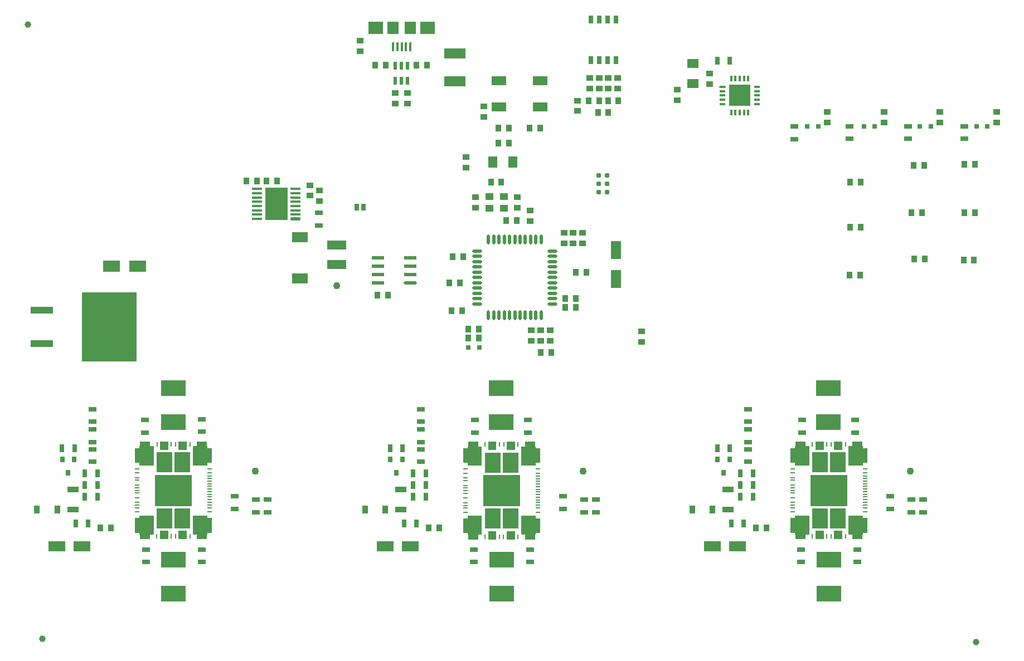
<source format=gtp>
G04 Layer_Color=8421504*
%FSLAX44Y44*%
%MOMM*%
G71*
G01*
G75*
%ADD16R,1.0000X0.9500*%
%ADD17R,0.4000X1.4000*%
%ADD18R,1.8000X1.9000*%
%ADD19R,2.3000X1.9000*%
%ADD20R,3.2000X1.5000*%
%ADD21R,0.6000X1.2000*%
%ADD22R,1.3000X0.7000*%
%ADD23R,0.9500X1.0000*%
%ADD24C,1.0000*%
%ADD25C,1.1000*%
%ADD26R,0.7800X0.2000*%
%ADD27R,0.2000X0.7800*%
%ADD28R,5.6000X4.8000*%
%ADD29R,2.4000X3.1000*%
%ADD30R,1.3000X1.0000*%
%ADD31R,3.2500X3.2500*%
G04:AMPARAMS|DCode=32|XSize=0.35mm|YSize=0.95mm|CornerRadius=0.0875mm|HoleSize=0mm|Usage=FLASHONLY|Rotation=90.000|XOffset=0mm|YOffset=0mm|HoleType=Round|Shape=RoundedRectangle|*
%AMROUNDEDRECTD32*
21,1,0.3500,0.7750,0,0,90.0*
21,1,0.1750,0.9500,0,0,90.0*
1,1,0.1750,0.3875,0.0875*
1,1,0.1750,0.3875,-0.0875*
1,1,0.1750,-0.3875,-0.0875*
1,1,0.1750,-0.3875,0.0875*
%
%ADD32ROUNDEDRECTD32*%
%ADD33R,0.9500X0.3500*%
%ADD34R,0.3500X0.9500*%
%ADD35R,3.4000X5.0000*%
%ADD36R,1.5000X0.4500*%
G04:AMPARAMS|DCode=37|XSize=0.45mm|YSize=1.5mm|CornerRadius=0.1125mm|HoleSize=0mm|Usage=FLASHONLY|Rotation=270.000|XOffset=0mm|YOffset=0mm|HoleType=Round|Shape=RoundedRectangle|*
%AMROUNDEDRECTD37*
21,1,0.4500,1.2750,0,0,270.0*
21,1,0.2250,1.5000,0,0,270.0*
1,1,0.2250,-0.6375,-0.1125*
1,1,0.2250,-0.6375,0.1125*
1,1,0.2250,0.6375,0.1125*
1,1,0.2250,0.6375,-0.1125*
%
%ADD37ROUNDEDRECTD37*%
%ADD38R,0.8000X1.0000*%
%ADD39R,1.6000X2.8000*%
%ADD40O,1.5000X0.5500*%
%ADD41O,0.5500X1.5000*%
%ADD42R,1.9800X0.5300*%
%ADD43O,1.9800X0.5300*%
%ADD44R,0.7600X1.2500*%
%ADD45R,1.4000X1.7000*%
%ADD46R,2.3000X1.4000*%
%ADD47R,2.5000X1.7000*%
%ADD48R,2.4000X1.5000*%
%ADD49R,2.9500X1.4000*%
%ADD50R,0.8000X0.8000*%
%ADD51R,0.7000X1.3000*%
%ADD52R,1.7000X1.4000*%
%ADD53R,3.7000X2.4500*%
%ADD54R,0.8000X0.9000*%
%ADD55R,0.8500X1.2000*%
%ADD56R,1.7020X0.9140*%
%ADD57R,2.5000X1.6000*%
%ADD58C,0.7870*%
%ADD59R,3.5040X1.0160*%
%ADD60R,8.3800X10.4900*%
G36*
X1294160Y239500D02*
X1300860Y239500D01*
Y217200D01*
X1294260D01*
Y214500D01*
X1293060D01*
Y207200D01*
X1277760D01*
Y214500D01*
X1272260D01*
Y243400D01*
X1294160D01*
Y239500D01*
D02*
G37*
G36*
X298700Y239500D02*
X305400Y239500D01*
Y217200D01*
X298800D01*
Y214500D01*
X297600D01*
Y207200D01*
X282300D01*
Y214500D01*
X276800D01*
Y243400D01*
X298700D01*
Y239500D01*
D02*
G37*
G36*
X1262860Y207100D02*
X1250260D01*
Y220100D01*
X1262860D01*
Y207100D01*
D02*
G37*
G36*
X1212460Y214500D02*
X1206960D01*
Y207200D01*
X1191660D01*
Y214500D01*
X1190460D01*
Y217200D01*
X1183860Y217200D01*
Y239500D01*
X1190560Y239500D01*
Y243400D01*
X1212460D01*
Y214500D01*
D02*
G37*
G36*
X217000Y214500D02*
X211500D01*
Y207200D01*
X196200D01*
Y214500D01*
X195000D01*
Y217200D01*
X188400Y217200D01*
Y239500D01*
X195100Y239500D01*
Y243400D01*
X217000D01*
Y214500D01*
D02*
G37*
G36*
X715390Y214120D02*
X709890D01*
Y206820D01*
X694590D01*
Y214120D01*
X693390D01*
Y216820D01*
X686790Y216820D01*
Y239120D01*
X693490Y239120D01*
Y243020D01*
X715390D01*
Y214120D01*
D02*
G37*
G36*
X797090Y239120D02*
X803790Y239120D01*
Y216820D01*
X797190D01*
Y214120D01*
X795990D01*
Y206820D01*
X780690D01*
Y214120D01*
X775190D01*
Y243020D01*
X797090D01*
Y239120D01*
D02*
G37*
G36*
X765790Y206720D02*
X753190D01*
Y219720D01*
X765790D01*
Y206720D01*
D02*
G37*
G36*
X737390D02*
X724790D01*
Y219720D01*
X737390D01*
Y206720D01*
D02*
G37*
G36*
X1234460Y207100D02*
X1221860D01*
Y220100D01*
X1234460D01*
Y207100D01*
D02*
G37*
G36*
X267400Y207100D02*
X254800D01*
Y220100D01*
X267400D01*
Y207100D01*
D02*
G37*
G36*
X239000D02*
X226400D01*
Y220100D01*
X239000D01*
Y207100D01*
D02*
G37*
G36*
X239000Y342900D02*
X226400D01*
Y355900D01*
X239000D01*
Y342900D01*
D02*
G37*
G36*
X765790Y342520D02*
X753190D01*
Y355520D01*
X765790D01*
Y342520D01*
D02*
G37*
G36*
X737390Y342520D02*
X724790D01*
Y355520D01*
X737390D01*
Y342520D01*
D02*
G37*
G36*
X1262860Y342900D02*
X1250260D01*
Y355900D01*
X1262860D01*
Y342900D01*
D02*
G37*
G36*
X1234460Y342900D02*
X1221860D01*
Y355900D01*
X1234460D01*
Y342900D01*
D02*
G37*
G36*
X267400Y342900D02*
X254800D01*
Y355900D01*
X267400D01*
Y342900D01*
D02*
G37*
G36*
X211500Y348500D02*
X217000D01*
Y319600D01*
X195100D01*
Y323500D01*
X188400Y323500D01*
Y345800D01*
X195000D01*
Y348500D01*
X196200D01*
Y355800D01*
X211500D01*
Y348500D01*
D02*
G37*
G36*
X795990Y348120D02*
X797190D01*
Y345420D01*
X803790D01*
Y323120D01*
X797090D01*
Y319220D01*
X775190D01*
Y348120D01*
X780690D01*
Y355420D01*
X795990D01*
Y348120D01*
D02*
G37*
G36*
X709890D02*
X715390D01*
Y319220D01*
X693490D01*
Y323120D01*
X686790Y323120D01*
Y345420D01*
X693390D01*
Y348120D01*
X694590D01*
Y355420D01*
X709890D01*
Y348120D01*
D02*
G37*
G36*
X1293060Y348500D02*
X1294260D01*
Y345800D01*
X1300860D01*
Y323500D01*
X1294160D01*
Y319600D01*
X1272260D01*
Y348500D01*
X1277760D01*
Y355800D01*
X1293060D01*
Y348500D01*
D02*
G37*
G36*
X1206960D02*
X1212460D01*
Y319600D01*
X1190560D01*
Y323500D01*
X1183860Y323500D01*
Y345800D01*
X1190460D01*
Y348500D01*
X1191660D01*
Y355800D01*
X1206960D01*
Y348500D01*
D02*
G37*
G36*
X297600Y348500D02*
X298800D01*
Y345800D01*
X305400D01*
Y323500D01*
X298700D01*
Y319600D01*
X276800D01*
Y348500D01*
X282300D01*
Y355800D01*
X297600D01*
Y348500D01*
D02*
G37*
D16*
X718000Y865000D02*
D03*
Y849000D02*
D03*
X454000Y729500D02*
D03*
Y745500D02*
D03*
X789000Y707000D02*
D03*
Y691000D02*
D03*
X819000Y509000D02*
D03*
Y525000D02*
D03*
X790000Y525000D02*
D03*
Y509000D02*
D03*
X805000Y525000D02*
D03*
Y509000D02*
D03*
X769000Y727000D02*
D03*
Y711000D02*
D03*
X706000Y727000D02*
D03*
Y711000D02*
D03*
X840000Y657000D02*
D03*
Y673000D02*
D03*
X854000Y657000D02*
D03*
Y673000D02*
D03*
X868000Y657000D02*
D03*
Y673000D02*
D03*
X958000Y523000D02*
D03*
Y507000D02*
D03*
X860190Y858220D02*
D03*
Y874220D02*
D03*
X893210Y908510D02*
D03*
Y892510D02*
D03*
X907180Y908510D02*
D03*
Y892510D02*
D03*
X879240Y908510D02*
D03*
Y892510D02*
D03*
X921150Y908510D02*
D03*
X921150Y892510D02*
D03*
X530000Y965000D02*
D03*
Y949000D02*
D03*
X602500Y869500D02*
D03*
Y885500D02*
D03*
X583500Y869500D02*
D03*
Y885500D02*
D03*
X468500Y721500D02*
D03*
Y737500D02*
D03*
X1497000Y857000D02*
D03*
Y841000D02*
D03*
X1411000Y857000D02*
D03*
Y841000D02*
D03*
X1326000Y857000D02*
D03*
Y841000D02*
D03*
X1240000Y857000D02*
D03*
Y841000D02*
D03*
X1061000Y915000D02*
D03*
Y899000D02*
D03*
X691500Y788000D02*
D03*
Y772000D02*
D03*
X1012500Y891000D02*
D03*
Y875000D02*
D03*
D17*
X593500Y956250D02*
D03*
X587000Y956250D02*
D03*
X600000Y956250D02*
D03*
X606500D02*
D03*
X580500D02*
D03*
D18*
X606500Y984750D02*
D03*
X580500D02*
D03*
D19*
X632500D02*
D03*
X554500D02*
D03*
D20*
X674500Y903500D02*
D03*
X674500Y945500D02*
D03*
D21*
X583500Y904500D02*
D03*
X593000D02*
D03*
X602500D02*
D03*
Y927500D02*
D03*
X593000D02*
D03*
X583500D02*
D03*
D22*
X1448500Y816000D02*
D03*
Y835000D02*
D03*
X1362500Y816000D02*
D03*
Y835000D02*
D03*
X1274000Y816000D02*
D03*
Y835000D02*
D03*
X1190000Y815500D02*
D03*
Y834500D02*
D03*
X468000Y684500D02*
D03*
Y703500D02*
D03*
X124000Y325000D02*
D03*
Y344000D02*
D03*
X204000Y388500D02*
D03*
Y369500D02*
D03*
X205000Y172500D02*
D03*
X205000Y191500D02*
D03*
X290000Y389500D02*
D03*
X290000Y370500D02*
D03*
X290000Y172500D02*
D03*
Y191500D02*
D03*
X124000Y374000D02*
D03*
Y355000D02*
D03*
Y405000D02*
D03*
Y386000D02*
D03*
X372000Y267500D02*
D03*
Y248500D02*
D03*
X390000Y267500D02*
D03*
Y248500D02*
D03*
X340000Y253500D02*
D03*
Y272500D02*
D03*
X622460Y325000D02*
D03*
Y344000D02*
D03*
X704460Y388500D02*
D03*
Y369500D02*
D03*
X703460Y172500D02*
D03*
Y191500D02*
D03*
X785460Y388500D02*
D03*
Y369500D02*
D03*
X788460Y172500D02*
D03*
Y191500D02*
D03*
X622460Y374000D02*
D03*
Y355000D02*
D03*
Y405000D02*
D03*
Y386000D02*
D03*
X870460Y267500D02*
D03*
X870460Y248500D02*
D03*
X888460Y267500D02*
D03*
X888460Y248500D02*
D03*
X838460Y253500D02*
D03*
Y272500D02*
D03*
X1119460Y325000D02*
D03*
Y344000D02*
D03*
X1201460Y388500D02*
D03*
X1201460Y369500D02*
D03*
X1200460Y172500D02*
D03*
X1200460Y191500D02*
D03*
X1282460Y388500D02*
D03*
Y369500D02*
D03*
X1285460Y172500D02*
D03*
X1285460Y191500D02*
D03*
X1119460Y374000D02*
D03*
Y355000D02*
D03*
X1119460Y405000D02*
D03*
X1119460Y386000D02*
D03*
X1367460Y267500D02*
D03*
Y248500D02*
D03*
X1385460Y267500D02*
D03*
X1385460Y248500D02*
D03*
X1335460Y253500D02*
D03*
Y272500D02*
D03*
D23*
X842000Y560000D02*
D03*
X858000D02*
D03*
X1291000Y750000D02*
D03*
X1275000D02*
D03*
X1463000Y632000D02*
D03*
X1447000D02*
D03*
X1388000Y633000D02*
D03*
X1372000D02*
D03*
X1387000Y776000D02*
D03*
X1371000Y776000D02*
D03*
X1464000Y704000D02*
D03*
X1448000D02*
D03*
X1384000D02*
D03*
X1368000D02*
D03*
X1291000Y682000D02*
D03*
X1275000D02*
D03*
X1464000Y777000D02*
D03*
X1448000D02*
D03*
X1274000Y609000D02*
D03*
X1290000D02*
D03*
X695000Y527000D02*
D03*
X711000D02*
D03*
X874000Y613000D02*
D03*
X858000D02*
D03*
X711000Y513000D02*
D03*
X695000D02*
D03*
X768340Y691540D02*
D03*
X752340D02*
D03*
X685599Y555000D02*
D03*
X669599D02*
D03*
X682000Y597000D02*
D03*
X666000D02*
D03*
X729000Y750000D02*
D03*
X745000D02*
D03*
X877590Y873840D02*
D03*
X893590D02*
D03*
X891560Y856060D02*
D03*
X907560D02*
D03*
X906800Y873840D02*
D03*
X922800D02*
D03*
X858000Y573000D02*
D03*
X842000D02*
D03*
X756650Y809510D02*
D03*
X740650Y809510D02*
D03*
X803640Y832370D02*
D03*
X787640D02*
D03*
X740650Y832370D02*
D03*
X756650D02*
D03*
X569000Y928000D02*
D03*
X553000D02*
D03*
X616000D02*
D03*
X632000D02*
D03*
X373500Y752000D02*
D03*
X357500D02*
D03*
X404000D02*
D03*
X388000D02*
D03*
X136000Y224500D02*
D03*
X152000D02*
D03*
X634460Y224500D02*
D03*
X650460D02*
D03*
X1131460Y224500D02*
D03*
X1147460D02*
D03*
X687000Y637000D02*
D03*
X671000D02*
D03*
X573000Y578000D02*
D03*
X557000D02*
D03*
X805000Y491000D02*
D03*
X821000D02*
D03*
D24*
X25500Y990000D02*
D03*
X48000Y56000D02*
D03*
X1466000Y51000D02*
D03*
X1283360Y228500D02*
D03*
X1282360Y336500D02*
D03*
X1201360Y334500D02*
D03*
X1202360Y228500D02*
D03*
X705290Y228120D02*
D03*
X704290Y334120D02*
D03*
X785290Y336120D02*
D03*
X786290Y228120D02*
D03*
X287900Y228500D02*
D03*
X286900Y336500D02*
D03*
X205900Y334500D02*
D03*
X206900Y228500D02*
D03*
D25*
X495000Y592500D02*
D03*
X1366460Y311000D02*
D03*
X869460D02*
D03*
X371000Y311000D02*
D03*
D26*
X1187360Y289500D02*
D03*
Y314200D02*
D03*
Y308000D02*
D03*
Y300800D02*
D03*
Y296900D02*
D03*
Y248800D02*
D03*
Y255000D02*
D03*
Y259000D02*
D03*
Y263000D02*
D03*
Y281500D02*
D03*
X1187560Y270200D02*
D03*
X1187360Y285500D02*
D03*
Y277500D02*
D03*
X1297360Y314200D02*
D03*
Y308000D02*
D03*
Y303500D02*
D03*
Y299500D02*
D03*
Y295500D02*
D03*
Y291500D02*
D03*
Y255000D02*
D03*
Y259500D02*
D03*
Y263500D02*
D03*
Y267500D02*
D03*
Y271500D02*
D03*
Y275500D02*
D03*
Y279500D02*
D03*
Y287500D02*
D03*
Y283500D02*
D03*
Y248800D02*
D03*
X800290Y248420D02*
D03*
Y283120D02*
D03*
Y287120D02*
D03*
Y279120D02*
D03*
Y275120D02*
D03*
Y271120D02*
D03*
Y267120D02*
D03*
Y263120D02*
D03*
Y259120D02*
D03*
Y254620D02*
D03*
Y291120D02*
D03*
Y295120D02*
D03*
Y299120D02*
D03*
Y303120D02*
D03*
Y307620D02*
D03*
Y313820D02*
D03*
X690290Y277120D02*
D03*
Y285120D02*
D03*
X690490Y269820D02*
D03*
X690290Y281120D02*
D03*
Y262620D02*
D03*
Y258620D02*
D03*
Y254620D02*
D03*
Y248420D02*
D03*
Y296520D02*
D03*
Y300420D02*
D03*
Y307620D02*
D03*
Y313820D02*
D03*
Y289120D02*
D03*
X191900Y289500D02*
D03*
Y314200D02*
D03*
Y308000D02*
D03*
Y300800D02*
D03*
Y296900D02*
D03*
Y248800D02*
D03*
Y255000D02*
D03*
Y259000D02*
D03*
Y263000D02*
D03*
Y281500D02*
D03*
X192100Y270200D02*
D03*
X191900Y285500D02*
D03*
Y277500D02*
D03*
X301900Y314200D02*
D03*
Y308000D02*
D03*
Y303500D02*
D03*
Y299500D02*
D03*
Y295500D02*
D03*
Y291500D02*
D03*
Y255000D02*
D03*
Y259500D02*
D03*
Y263500D02*
D03*
Y267500D02*
D03*
Y271500D02*
D03*
Y275500D02*
D03*
Y279500D02*
D03*
Y287500D02*
D03*
Y283500D02*
D03*
Y248800D02*
D03*
D27*
X1267460Y211500D02*
D03*
X1245460D02*
D03*
X1239260D02*
D03*
X1217160D02*
D03*
X1217260Y351500D02*
D03*
X1239160D02*
D03*
X1245560D02*
D03*
X1267460D02*
D03*
X1260360Y211500D02*
D03*
X1256460D02*
D03*
X1252460D02*
D03*
X1232160D02*
D03*
X1228160D02*
D03*
X1224160D02*
D03*
Y351500D02*
D03*
X1228160D02*
D03*
X1232160D02*
D03*
X1252460D02*
D03*
X1256560D02*
D03*
X1260560D02*
D03*
X763490Y351120D02*
D03*
X759490D02*
D03*
X755390D02*
D03*
X735090D02*
D03*
X731090D02*
D03*
X727090D02*
D03*
Y211120D02*
D03*
X731090D02*
D03*
X735090D02*
D03*
X755390D02*
D03*
X759390D02*
D03*
X763290D02*
D03*
X770390Y351120D02*
D03*
X748490D02*
D03*
X742090D02*
D03*
X720190D02*
D03*
X720090Y211120D02*
D03*
X742190D02*
D03*
X748390D02*
D03*
X770390D02*
D03*
X272000Y211500D02*
D03*
X250000D02*
D03*
X243800D02*
D03*
X221700D02*
D03*
X221800Y351500D02*
D03*
X243700D02*
D03*
X250100D02*
D03*
X272000D02*
D03*
X264900Y211500D02*
D03*
X261000D02*
D03*
X257000D02*
D03*
X236700D02*
D03*
X232700D02*
D03*
X228700D02*
D03*
Y351500D02*
D03*
X232700D02*
D03*
X236700D02*
D03*
X257000D02*
D03*
X261100D02*
D03*
X265100D02*
D03*
D28*
X1242360Y281500D02*
D03*
X745290Y281120D02*
D03*
X246900Y281500D02*
D03*
D29*
X1256160Y324200D02*
D03*
X1228560D02*
D03*
X1256160Y238800D02*
D03*
X1228560D02*
D03*
X731490Y238420D02*
D03*
X759090D02*
D03*
X731490Y323820D02*
D03*
X759090D02*
D03*
X260700Y324200D02*
D03*
X233100D02*
D03*
X260700Y238800D02*
D03*
X233100D02*
D03*
D30*
X748480Y728480D02*
D03*
X726480D02*
D03*
Y710480D02*
D03*
X748480D02*
D03*
D31*
X1107000Y882000D02*
D03*
D32*
X1081000Y895000D02*
D03*
D33*
Y888500D02*
D03*
Y882000D02*
D03*
Y875500D02*
D03*
Y869000D02*
D03*
X1133000D02*
D03*
X1133000Y875500D02*
D03*
X1133000Y882000D02*
D03*
X1133000Y888500D02*
D03*
X1133000Y895000D02*
D03*
D34*
X1094000Y856000D02*
D03*
X1100500Y856000D02*
D03*
X1107000Y856000D02*
D03*
X1113500D02*
D03*
X1120000D02*
D03*
Y908000D02*
D03*
X1113500D02*
D03*
X1107000D02*
D03*
X1100500Y908000D02*
D03*
X1094000Y908000D02*
D03*
D35*
X403000Y717000D02*
D03*
D36*
X374000Y726750D02*
D03*
Y694250D02*
D03*
Y700750D02*
D03*
Y707250D02*
D03*
Y713750D02*
D03*
Y720250D02*
D03*
Y733250D02*
D03*
Y739750D02*
D03*
X432000D02*
D03*
Y733250D02*
D03*
Y726750D02*
D03*
Y720250D02*
D03*
Y713750D02*
D03*
Y707250D02*
D03*
Y700750D02*
D03*
D37*
Y694250D02*
D03*
D38*
X535500Y712000D02*
D03*
X525500D02*
D03*
D39*
X919000Y603000D02*
D03*
Y647000D02*
D03*
D40*
X822920Y565180D02*
D03*
Y573180D02*
D03*
Y581180D02*
D03*
Y589180D02*
D03*
Y597180D02*
D03*
Y605180D02*
D03*
Y613180D02*
D03*
Y621180D02*
D03*
Y629180D02*
D03*
Y637180D02*
D03*
Y645180D02*
D03*
X707920Y645180D02*
D03*
Y637180D02*
D03*
Y629180D02*
D03*
Y621180D02*
D03*
Y613180D02*
D03*
Y605180D02*
D03*
Y597180D02*
D03*
Y589180D02*
D03*
Y581180D02*
D03*
Y573180D02*
D03*
Y565180D02*
D03*
D41*
X805420Y662680D02*
D03*
X797420D02*
D03*
X789420D02*
D03*
X781420D02*
D03*
X773420D02*
D03*
X765420D02*
D03*
X757420D02*
D03*
X749420D02*
D03*
X741420D02*
D03*
X733420D02*
D03*
X725420D02*
D03*
X725420Y547680D02*
D03*
X733420D02*
D03*
X741420D02*
D03*
X749420Y547680D02*
D03*
X757420D02*
D03*
X765420Y547680D02*
D03*
X773420D02*
D03*
X781420D02*
D03*
X789420Y547680D02*
D03*
X797420D02*
D03*
X805420D02*
D03*
D42*
X557350Y596950D02*
D03*
Y609650D02*
D03*
Y622350D02*
D03*
Y635050D02*
D03*
X606650D02*
D03*
Y622350D02*
D03*
Y609650D02*
D03*
D43*
Y596950D02*
D03*
D44*
X880510Y997300D02*
D03*
X893210D02*
D03*
X905910D02*
D03*
X918610D02*
D03*
Y935800D02*
D03*
X905910D02*
D03*
X893210D02*
D03*
X880510D02*
D03*
D45*
X762750Y780300D02*
D03*
X732010D02*
D03*
D46*
X804280Y864440D02*
D03*
X741280Y864440D02*
D03*
X741280Y904440D02*
D03*
X804280Y904440D02*
D03*
D47*
X192500Y622000D02*
D03*
X152500D02*
D03*
D48*
X439000Y666500D02*
D03*
Y603500D02*
D03*
D49*
X495000Y624500D02*
D03*
Y654500D02*
D03*
D50*
X1483250Y835000D02*
D03*
X1466750D02*
D03*
X1397250D02*
D03*
X1380750D02*
D03*
X1312250D02*
D03*
X1295750D02*
D03*
X1226250D02*
D03*
X1209750D02*
D03*
X711250Y499000D02*
D03*
X694750D02*
D03*
D51*
X1073000Y935000D02*
D03*
X1092000D02*
D03*
X96500Y345500D02*
D03*
X77500D02*
D03*
X131500Y307500D02*
D03*
X112500Y307500D02*
D03*
X131500Y289500D02*
D03*
X112500D02*
D03*
X131500Y271500D02*
D03*
X112500D02*
D03*
X117500Y231500D02*
D03*
X98500Y231500D02*
D03*
X594960Y345500D02*
D03*
X575960D02*
D03*
X629960Y307500D02*
D03*
X610960D02*
D03*
X629960Y289500D02*
D03*
X610960D02*
D03*
X629960Y271500D02*
D03*
X610960Y271500D02*
D03*
X615960Y231500D02*
D03*
X596960D02*
D03*
X1091960Y345500D02*
D03*
X1072960D02*
D03*
X1126960Y307500D02*
D03*
X1107960Y307500D02*
D03*
X1126960Y289500D02*
D03*
X1107960D02*
D03*
X1126960Y271500D02*
D03*
X1107960D02*
D03*
X1112960Y231500D02*
D03*
X1093960Y231500D02*
D03*
D52*
X1036000Y930370D02*
D03*
Y899630D02*
D03*
D53*
X247000Y124250D02*
D03*
Y175750D02*
D03*
X246500Y436750D02*
D03*
Y385250D02*
D03*
X745460Y124250D02*
D03*
Y175750D02*
D03*
X744960Y436750D02*
D03*
Y385250D02*
D03*
X1242460Y124250D02*
D03*
Y175750D02*
D03*
X1241960Y436750D02*
D03*
Y385250D02*
D03*
D54*
X78000Y328500D02*
D03*
X96000D02*
D03*
X87000Y308500D02*
D03*
X576460Y328500D02*
D03*
X594460D02*
D03*
X585460Y308500D02*
D03*
X1073460Y328500D02*
D03*
X1091460D02*
D03*
X1082460Y308500D02*
D03*
D55*
X39750Y252500D02*
D03*
X70250D02*
D03*
X538210Y252500D02*
D03*
X568710D02*
D03*
X1035210D02*
D03*
X1065710D02*
D03*
D56*
X94000Y282870D02*
D03*
Y252130D02*
D03*
X592460Y282870D02*
D03*
Y252130D02*
D03*
X1089460Y282870D02*
D03*
Y252130D02*
D03*
D57*
X108000Y196500D02*
D03*
X70000Y196500D02*
D03*
X606460Y196500D02*
D03*
X568460D02*
D03*
X1103460D02*
D03*
X1065460D02*
D03*
D58*
X892550Y760190D02*
D03*
X905250D02*
D03*
X892550Y747490D02*
D03*
X905250D02*
D03*
X892550Y734790D02*
D03*
X905250D02*
D03*
D59*
X46935Y504600D02*
D03*
Y555400D02*
D03*
D60*
X149065Y530000D02*
D03*
M02*

</source>
